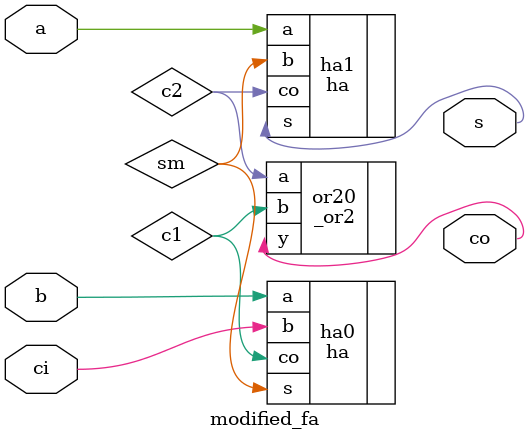
<source format=v>
module fa_v2(a, b, ci, s); // for cla
	input a, b, ci; // input ports
	output s; // output ports
	
	ha ha0(.s(sm), .co(c1), .a(b), .b(ci)); 	// Instantiate a half adder 'ha0'
	ha ha1(.s(s), .co(c2), .a(a), .b(sm)); // Instantiate a half adder 'ha1'

endmodule

module modified_fa(a, b, ci, co, s); // for modified_cla  

	input a, b, ci; //input ports
	output co, s; // output ports

	ha ha0(.s(sm), .co(c1), .a(b), .b(ci)); 	// Instantiate a half adder 'ha0'
	ha ha1(.s(s), .co(c2), .a(a), .b(sm)); // Instantiate a half adder 'ha1'

	_or2 or20(.y(co), .a(c2), .b(c1)); // Instantiate an OR gate 'or20'

	
endmodule


</source>
